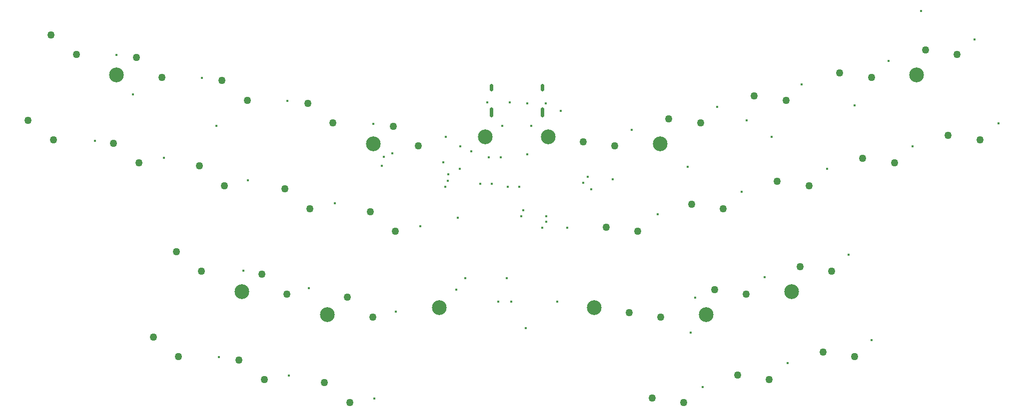
<source format=gbr>
%TF.GenerationSoftware,KiCad,Pcbnew,8.0.0*%
%TF.CreationDate,2024-03-16T16:30:28-05:00*%
%TF.ProjectId,rattlemebones32,72617474-6c65-46d6-9562-6f6e65733332,rev?*%
%TF.SameCoordinates,Original*%
%TF.FileFunction,Plated,1,2,PTH,Mixed*%
%TF.FilePolarity,Positive*%
%FSLAX46Y46*%
G04 Gerber Fmt 4.6, Leading zero omitted, Abs format (unit mm)*
G04 Created by KiCad (PCBNEW 8.0.0) date 2024-03-16 16:30:28*
%MOMM*%
%LPD*%
G01*
G04 APERTURE LIST*
%TA.AperFunction,ViaDrill*%
%ADD10C,0.400000*%
%TD*%
G04 aperture for slot hole*
%TA.AperFunction,ComponentDrill*%
%ADD11C,0.600000*%
%TD*%
%TA.AperFunction,ComponentDrill*%
%ADD12C,1.270000*%
%TD*%
%TA.AperFunction,ComponentDrill*%
%ADD13C,2.500000*%
%TD*%
G04 APERTURE END LIST*
D10*
X81691121Y-26679672D03*
X85331925Y-12126080D03*
X88113056Y-18824119D03*
X93346935Y-29544019D03*
X99820813Y-16008366D03*
X102213718Y-24155295D03*
X102662844Y-63357314D03*
X106851315Y-48691650D03*
X107594341Y-33361601D03*
X114309701Y-19890651D03*
X114495434Y-66527846D03*
X117959462Y-51668069D03*
X122324711Y-37308590D03*
X128798588Y-23772937D03*
X128984322Y-70410134D03*
X130255523Y-30892617D03*
X130649870Y-29420893D03*
X132032653Y-28780607D03*
X132689832Y-55615060D03*
X136813598Y-41190876D03*
X140673140Y-30333738D03*
X141036274Y-34499755D03*
X141131479Y-26042250D03*
X141421861Y-33483490D03*
X141510417Y-32355444D03*
X142927196Y-51959904D03*
X143157189Y-39689893D03*
X143507916Y-31442524D03*
X143549664Y-27619124D03*
X144427195Y-49959903D03*
X145427196Y-28459904D03*
X146927197Y-33959902D03*
X148177196Y-20209903D03*
X148403964Y-29459903D03*
X148927198Y-33959905D03*
X149978393Y-53948084D03*
X150427198Y-29459905D03*
X150677196Y-24159905D03*
X151427199Y-49959904D03*
X151653894Y-34448084D03*
X151927197Y-20209905D03*
X152173139Y-53948083D03*
X153602894Y-34448085D03*
X153927196Y-39459903D03*
X154212752Y-38496008D03*
X154673140Y-58459905D03*
X154877197Y-20309903D03*
X154927196Y-28959905D03*
X155627195Y-24159906D03*
X157427197Y-41459905D03*
X158077197Y-20309905D03*
X158173139Y-39448085D03*
X158173139Y-40448084D03*
X159978393Y-53948085D03*
X160616600Y-21624999D03*
X161673140Y-41448084D03*
X164401128Y-33817200D03*
X165171318Y-32827881D03*
X165782861Y-34947598D03*
X169418274Y-33222916D03*
X172643762Y-24813576D03*
X177009011Y-39173054D03*
X182118628Y-31074641D03*
X182607356Y-59214193D03*
X183370816Y-53256375D03*
X184596805Y-68457015D03*
X187132649Y-20931290D03*
X191256417Y-35355473D03*
X192104275Y-23227504D03*
X195138702Y-49844360D03*
X196283992Y-25984948D03*
X199020988Y-64333248D03*
X201380055Y-17113709D03*
X205745304Y-31473187D03*
X209386108Y-46026779D03*
X210384654Y-20653772D03*
X213268394Y-60515667D03*
X216110424Y-13166719D03*
X220234191Y-27590902D03*
X221607839Y-4705577D03*
X230664016Y-9525915D03*
X234723079Y-23708616D03*
D11*
%TO.C,J1*%
X148808393Y-17935378D02*
X148808393Y-17335378D01*
X148808393Y-22365378D02*
X148808393Y-21265378D01*
X157448393Y-17935378D02*
X157448393Y-17335378D01*
X157448393Y-22365378D02*
X157448393Y-21265378D01*
D12*
%TO.C,SW9*%
X70359578Y-23199944D03*
%TO.C,SW1*%
X74241861Y-8711056D03*
%TO.C,SW9*%
X74645689Y-26522483D03*
%TO.C,SW1*%
X78527972Y-12033595D03*
%TO.C,SW13*%
X84848460Y-27082224D03*
%TO.C,SW3*%
X88730747Y-12593341D03*
%TO.C,SW13*%
X89134571Y-30404763D03*
%TO.C,SW27*%
X91572782Y-59942288D03*
%TO.C,SW3*%
X93016858Y-15915880D03*
%TO.C,SW21*%
X95455063Y-45453403D03*
%TO.C,SW27*%
X95858893Y-63264827D03*
%TO.C,SW15*%
X99337350Y-30964514D03*
%TO.C,SW21*%
X99741174Y-48775942D03*
%TO.C,SW5*%
X103219638Y-16475626D03*
%TO.C,SW15*%
X103623461Y-34287053D03*
%TO.C,SW29*%
X106061667Y-63824574D03*
%TO.C,SW5*%
X107505749Y-19798165D03*
%TO.C,SW23*%
X109943954Y-49335689D03*
%TO.C,SW29*%
X110347778Y-67147113D03*
%TO.C,SW17*%
X113826240Y-34846801D03*
%TO.C,SW23*%
X114230065Y-52658228D03*
%TO.C,SW7*%
X117708524Y-20357912D03*
%TO.C,SW17*%
X118112351Y-38169340D03*
%TO.C,SW31*%
X120550556Y-67706859D03*
%TO.C,SW7*%
X121994635Y-23680451D03*
%TO.C,SW25*%
X124432838Y-53217972D03*
%TO.C,SW31*%
X124836667Y-71029398D03*
%TO.C,SW19*%
X128315127Y-38729085D03*
%TO.C,SW25*%
X128718949Y-56540511D03*
%TO.C,SW11*%
X132197411Y-24240198D03*
%TO.C,SW19*%
X132601238Y-42051624D03*
%TO.C,SW11*%
X136483522Y-27562737D03*
%TO.C,SW12*%
X164399867Y-26828391D03*
%TO.C,SW20*%
X168282149Y-41317276D03*
%TO.C,SW12*%
X169773016Y-27562739D03*
%TO.C,SW26*%
X172164439Y-55806164D03*
%TO.C,SW20*%
X173655298Y-42051624D03*
%TO.C,SW32*%
X176046724Y-70295053D03*
%TO.C,SW26*%
X177537588Y-56540512D03*
%TO.C,SW8*%
X178888757Y-22946101D03*
%TO.C,SW32*%
X181419873Y-71029401D03*
%TO.C,SW18*%
X182771039Y-37434993D03*
%TO.C,SW8*%
X184261906Y-23680449D03*
%TO.C,SW24*%
X186653325Y-51923880D03*
%TO.C,SW18*%
X188144188Y-38169341D03*
%TO.C,SW30*%
X190535612Y-66412762D03*
%TO.C,SW24*%
X192026474Y-52658228D03*
%TO.C,SW6*%
X193377640Y-19063817D03*
%TO.C,SW30*%
X195908761Y-67147110D03*
%TO.C,SW16*%
X197259926Y-33552705D03*
%TO.C,SW6*%
X198750789Y-19798165D03*
%TO.C,SW22*%
X201142214Y-48041594D03*
%TO.C,SW16*%
X202633075Y-34287053D03*
%TO.C,SW28*%
X205024500Y-62530479D03*
%TO.C,SW22*%
X206515363Y-48775942D03*
%TO.C,SW4*%
X207866532Y-15181533D03*
%TO.C,SW28*%
X210397649Y-63264827D03*
%TO.C,SW14*%
X211748813Y-29670420D03*
%TO.C,SW4*%
X213239681Y-15915881D03*
%TO.C,SW14*%
X217121962Y-30404768D03*
%TO.C,SW2*%
X222355415Y-11299248D03*
%TO.C,SW10*%
X226237701Y-25788131D03*
%TO.C,SW2*%
X227728564Y-12033596D03*
%TO.C,SW10*%
X231610850Y-26522479D03*
D13*
%TO.C,H1*%
X85358332Y-15512182D03*
%TO.C,H3*%
X106571537Y-52254528D03*
%TO.C,H4*%
X121060425Y-56136813D03*
%TO.C,H2*%
X128824998Y-27159037D03*
%TO.C,H11*%
X140000000Y-55000000D03*
%TO.C,H9*%
X147764575Y-26022225D03*
%TO.C,H10*%
X158492016Y-26022227D03*
%TO.C,H12*%
X166256587Y-55000004D03*
%TO.C,H5*%
X177431599Y-27159038D03*
%TO.C,H7*%
X185196166Y-56136813D03*
%TO.C,H8*%
X199685055Y-52254529D03*
%TO.C,H6*%
X220898259Y-15512180D03*
M02*

</source>
